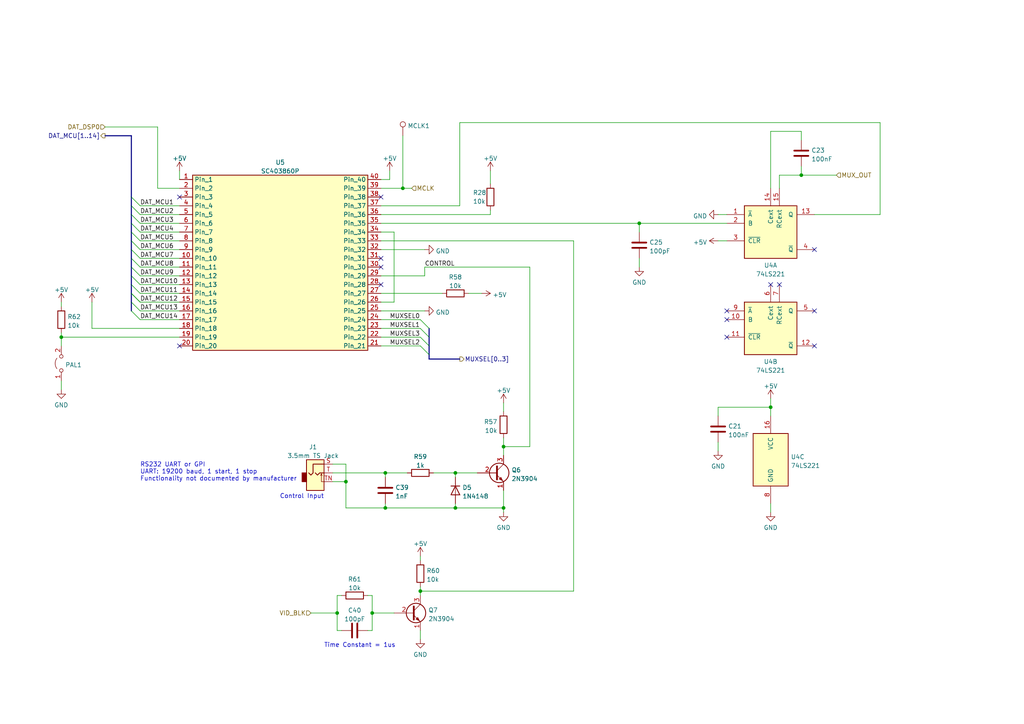
<source format=kicad_sch>
(kicad_sch (version 20211123) (generator eeschema)
  (paper "A4")
  (title_block (title "Setting Controller (MCU)") (date "2023-07-19") (rev "4"))
  (lib_symbols
    (symbol "74xx:74LS221" (pin_names (offset 1.016)) (on_board no)
      (property "Reference" "U" (at -7.62 8.89 0))
      (property "Value" "74LS221" (at -7.62 -8.89 0))
      (symbol "74LS221_1_0"
        (pin input line (at -12.7 5.08 0) (length 5.08) (name "~{A}") (number "1"))
        (pin output line (at 12.7 5.08 180) (length 5.08) (name "Q") (number "13"))
        (pin input line (at 0 12.7 270) (length 5.08) (name "Cext") (number "14"))
        (pin input line (at 2.54 12.7 270) (length 5.08) (name "RCext") (number "15"))
        (pin input line (at -12.7 2.54 0) (length 5.08) (name "B") (number "2"))
        (pin input line (at -12.7 -2.54 0) (length 5.08) (name "~{CLR}") (number "3"))
        (pin output line (at 12.7 -5.08 180) (length 5.08) (name "~{Q}") (number "4"))
      )
      (symbol "74LS221_1_1"
        (rectangle (start -7.62 7.62) (end 7.62 -7.62) (stroke (width 0.254)) (fill (type background)))
      )
      (symbol "74LS221_2_0"
        (pin input line (at -12.7 2.54 0) (length 5.08) (name "B") (number "10"))
        (pin input line (at -12.7 -2.54 0) (length 5.08) (name "~{CLR}") (number "11"))
        (pin output line (at 12.7 -5.08 180) (length 5.08) (name "~{Q}") (number "12"))
        (pin output line (at 12.7 5.08 180) (length 5.08) (name "Q") (number "5"))
        (pin input line (at 0 12.7 270) (length 5.08) (name "Cext") (number "6"))
        (pin input line (at 2.54 12.7 270) (length 5.08) (name "RCext") (number "7"))
        (pin input line (at -12.7 5.08 0) (length 5.08) (name "~{A}") (number "9"))
      )
      (symbol "74LS221_2_1"
        (rectangle (start -7.62 7.62) (end 7.62 -7.62) (stroke (width 0.254)) (fill (type background)))
      )
      (symbol "74LS221_3_0"
        (pin power_in line (at 0 12.7 270) (length 5.08) (name "VCC") (number "16"))
        (pin power_in line (at 0 -12.7 90) (length 5.08) (name "GND") (number "8"))
      )
      (symbol "74LS221_3_1"
        (rectangle (start -5.08 7.62) (end 5.08 -7.62) (stroke (width 0.254)) (fill (type background)))
      )
    )
    (symbol "Connector:AudioJack2_SwitchT" (on_board no)
      (property "Reference" "J" (at 0 8.89 0))
      (property "Value" "AudioJack2_SwitchT" (at 0 6.35 0))
      (symbol "AudioJack2_SwitchT_0_1"
        (rectangle (start -2.54 0) (end -3.81 -2.54) (stroke (width 0.254)) (fill (type outline)))
        (polyline (pts (xy 1.778 -0.254) (xy 2.032 -0.762)))
        (polyline (pts (xy 0 0) (xy 0.635 -0.635) (xy 1.27 0) (xy 2.54 0)) (stroke (width 0.254)))
        (polyline (pts (xy 2.54 -2.54) (xy 1.778 -2.54) (xy 1.778 -0.254) (xy 1.524 -0.762)))
        (polyline (pts (xy 2.54 2.54) (xy -0.635 2.54) (xy -0.635 0) (xy -1.27 -0.635) (xy -1.905 0)) (stroke (width 0.254)))
        (rectangle (start 2.54 3.81) (end -2.54 -5.08) (stroke (width 0.254)) (fill (type background)))
      )
      (symbol "AudioJack2_SwitchT_1_1"
        (pin passive line (at 5.08 2.54 180) (length 2.54) (name "~") (number "S"))
        (pin passive line (at 5.08 0 180) (length 2.54) (name "~") (number "T"))
        (pin passive line (at 5.08 -2.54 180) (length 2.54) (name "~") (number "TN"))
      )
    )
    (symbol "Connector:TestPoint" (pin_numbers hide) (pin_names (offset 0.762) hide) (on_board no)
      (property "Reference" "TP" (at 0 6.858 0))
      (property "Value" "TestPoint" (at 0 5.08 0))
      (symbol "TestPoint_0_1"
        (circle (center 0 3.302) (radius 0.762))
      )
      (symbol "TestPoint_1_1"
        (pin passive line (at 0 0 90) (length 2.54) (name "1") (number "1"))
      )
    )
    (symbol "Device:C" (pin_numbers hide) (pin_names (offset 0.254)) (on_board no)
      (property "Reference" "C" (at 0.635 2.54 0))
      (property "Value" "C" (at 0.635 -2.54 0))
      (symbol "C_0_1"
        (polyline (pts (xy -2.032 -0.762) (xy 2.032 -0.762)) (stroke (width 0.508)))
        (polyline (pts (xy -2.032 0.762) (xy 2.032 0.762)) (stroke (width 0.508)))
      )
      (symbol "C_1_1"
        (pin passive line (at 0 3.81 270) (length 2.794) (name "~") (number "1"))
        (pin passive line (at 0 -3.81 90) (length 2.794) (name "~") (number "2"))
      )
    )
    (symbol "Device:D" (pin_numbers hide) (pin_names (offset 1.016) hide) (on_board no)
      (property "Reference" "D" (at 0 2.54 0))
      (property "Value" "D" (at 0 -2.54 0))
      (symbol "D_0_1"
        (polyline (pts (xy -1.27 1.27) (xy -1.27 -1.27)) (stroke (width 0.254)))
        (polyline (pts (xy 1.27 0) (xy -1.27 0)))
        (polyline (pts (xy 1.27 1.27) (xy 1.27 -1.27) (xy -1.27 0) (xy 1.27 1.27)) (stroke (width 0.254)))
      )
      (symbol "D_1_1"
        (pin passive line (at -3.81 0 0) (length 2.54) (name "K") (number "1"))
        (pin passive line (at 3.81 0 180) (length 2.54) (name "A") (number "2"))
      )
    )
    (symbol "Device:R" (pin_numbers hide) (pin_names (offset 0)) (on_board no)
      (property "Reference" "R" (at 2.032 0 90))
      (property "Value" "R" (at 0 0 90))
      (symbol "R_0_1"
        (rectangle (start -1.016 -2.54) (end 1.016 2.54) (stroke (width 0.254)))
      )
      (symbol "R_1_1"
        (pin passive line (at 0 3.81 270) (length 1.27) (name "~") (number "1"))
        (pin passive line (at 0 -3.81 90) (length 1.27) (name "~") (number "2"))
      )
    )
    (symbol "Jumper:Jumper_2_Open" (pin_names (offset 0) hide) (on_board no)
      (property "Reference" "JP" (at 0 2.794 0))
      (property "Value" "Jumper_2_Open" (at 0 -2.286 0))
      (symbol "Jumper_2_Open_0_0"
        (circle (center -2.032 0) (radius 0.508))
        (circle (center 2.032 0) (radius 0.508))
      )
      (symbol "Jumper_2_Open_0_1"
        (arc (start 1.524 1.27) (mid 0 1.778) (end -1.524 1.27))
      )
      (symbol "Jumper_2_Open_1_1"
        (pin passive line (at -5.08 0 0) (length 2.54) (name "A") (number "1"))
        (pin passive line (at 5.08 0 180) (length 2.54) (name "B") (number "2"))
      )
    )
    (symbol "Transistor_BJT:2N3904" (pin_names (offset 0) hide) (on_board no)
      (property "Reference" "Q" (at 5.08 1.905 0))
      (property "Value" "2N3904" (at 5.08 0 0))
      (symbol "2N3904_0_1"
        (polyline (pts (xy 0.635 0.635) (xy 2.54 2.54)))
        (polyline (pts (xy 0.635 -0.635) (xy 2.54 -2.54) (xy 2.54 -2.54)))
        (polyline (pts (xy 0.635 1.905) (xy 0.635 -1.905) (xy 0.635 -1.905)) (stroke (width 0.508)))
        (polyline (pts (xy 1.27 -1.778) (xy 1.778 -1.27) (xy 2.286 -2.286) (xy 1.27 -1.778) (xy 1.27 -1.778)) (fill (type outline)))
        (circle (center 1.27 0) (radius 2.8194) (stroke (width 0.254)))
      )
      (symbol "2N3904_1_1"
        (pin passive line (at 2.54 -5.08 90) (length 2.54) (name "E") (number "1"))
        (pin passive line (at -5.08 0 0) (length 5.715) (name "B") (number "2"))
        (pin passive line (at 2.54 5.08 270) (length 2.54) (name "C") (number "3"))
      )
    )
    (symbol "Videonics Proceessor Plus:SC403860P" (on_board no)
      (property "Reference" "U" (at -25.4 25.4 0))
      (property "Value" "SC403860P" (at -25.4 -27.94 0))
      (symbol "SC403860P_1_1"
        (rectangle (start -25.4 25.4) (end 25.4 -25.4) (stroke (width 0.254)) (fill (type background)))
        (pin passive line (at -29.21 24.13 0) (length 3.81) (name "Pin_1") (number "1"))
        (pin passive line (at -29.21 1.27 0) (length 3.81) (name "Pin_10") (number "10"))
        (pin passive line (at -29.21 -1.27 0) (length 3.81) (name "Pin_11") (number "11"))
        (pin passive line (at -29.21 -3.81 0) (length 3.81) (name "Pin_12") (number "12"))
        (pin passive line (at -29.21 -6.35 0) (length 3.81) (name "Pin_13") (number "13"))
        (pin passive line (at -29.21 -8.89 0) (length 3.81) (name "Pin_14") (number "14"))
        (pin passive line (at -29.21 -11.43 0) (length 3.81) (name "Pin_15") (number "15"))
        (pin passive line (at -29.21 -13.97 0) (length 3.81) (name "Pin_16") (number "16"))
        (pin passive line (at -29.21 -16.51 0) (length 3.81) (name "Pin_17") (number "17"))
        (pin passive line (at -29.21 -19.05 0) (length 3.81) (name "Pin_18") (number "18"))
        (pin passive line (at -29.21 -21.59 0) (length 3.81) (name "Pin_19") (number "19"))
        (pin passive line (at -29.21 21.59 0) (length 3.81) (name "Pin_2") (number "2"))
        (pin passive line (at -29.21 -24.13 0) (length 3.81) (name "Pin_20") (number "20"))
        (pin passive line (at 29.21 -24.13 180) (length 3.81) (name "Pin_21") (number "21"))
        (pin passive line (at 29.21 -21.59 180) (length 3.81) (name "Pin_22") (number "22"))
        (pin passive line (at 29.21 -19.05 180) (length 3.81) (name "Pin_23") (number "23"))
        (pin passive line (at 29.21 -16.51 180) (length 3.81) (name "Pin_24") (number "24"))
        (pin passive line (at 29.21 -13.97 180) (length 3.81) (name "Pin_25") (number "25"))
        (pin passive line (at 29.21 -11.43 180) (length 3.81) (name "Pin_26") (number "26"))
        (pin passive line (at 29.21 -8.89 180) (length 3.81) (name "Pin_27") (number "27"))
        (pin passive line (at 29.21 -6.35 180) (length 3.81) (name "Pin_28") (number "28"))
        (pin passive line (at 29.21 -3.81 180) (length 3.81) (name "Pin_29") (number "29"))
        (pin passive line (at -29.21 19.05 0) (length 3.81) (name "Pin_3") (number "3"))
        (pin passive line (at 29.21 -1.27 180) (length 3.81) (name "Pin_30") (number "30"))
        (pin passive line (at 29.21 1.27 180) (length 3.81) (name "Pin_31") (number "31"))
        (pin passive line (at 29.21 3.81 180) (length 3.81) (name "Pin_32") (number "32"))
        (pin passive line (at 29.21 6.35 180) (length 3.81) (name "Pin_33") (number "33"))
        (pin passive line (at 29.21 8.89 180) (length 3.81) (name "Pin_34") (number "34"))
        (pin passive line (at 29.21 11.43 180) (length 3.81) (name "Pin_35") (number "35"))
        (pin passive line (at 29.21 13.97 180) (length 3.81) (name "Pin_36") (number "36"))
        (pin passive line (at 29.21 16.51 180) (length 3.81) (name "Pin_37") (number "37"))
        (pin passive line (at 29.21 19.05 180) (length 3.81) (name "Pin_38") (number "38"))
        (pin passive line (at 29.21 21.59 180) (length 3.81) (name "Pin_39") (number "39"))
        (pin passive line (at -29.21 16.51 0) (length 3.81) (name "Pin_4") (number "4"))
        (pin passive line (at 29.21 24.13 180) (length 3.81) (name "Pin_40") (number "40"))
        (pin passive line (at -29.21 13.97 0) (length 3.81) (name "Pin_5") (number "5"))
        (pin passive line (at -29.21 11.43 0) (length 3.81) (name "Pin_6") (number "6"))
        (pin passive line (at -29.21 8.89 0) (length 3.81) (name "Pin_7") (number "7"))
        (pin passive line (at -29.21 6.35 0) (length 3.81) (name "Pin_8") (number "8"))
        (pin passive line (at -29.21 3.81 0) (length 3.81) (name "Pin_9") (number "9"))
      )
    )
    (symbol "power:+5V" (power) (pin_names (offset 0)) (on_board no)
      (property "Value" "+5V" (at 0 3.556 0))
      (symbol "+5V_0_1"
        (polyline (pts (xy -0.762 1.27) (xy 0 2.54)))
        (polyline (pts (xy 0 0) (xy 0 2.54)))
        (polyline (pts (xy 0 2.54) (xy 0.762 1.27)))
      )
      (symbol "+5V_1_1"
        (pin power_in line (at 0 0 90) (length 0) hide (name "+5V") (number "1"))
      )
    )
    (symbol "power:GND" (power) (pin_names (offset 0)) (on_board no)
      (property "Value" "GND" (at 0 -3.81 0))
      (symbol "GND_0_1"
        (polyline (pts (xy 0 0) (xy 0 -1.27) (xy 1.27 -1.27) (xy 0 -2.54) (xy -1.27 -1.27) (xy 0 -1.27)))
      )
      (symbol "GND_1_1"
        (pin power_in line (at 0 0 270) (length 0) hide (name "GND") (number "1"))
      )
    )
  )
  (junction (at 146.05 147.32))
  (junction (at 100.33 139.7))
  (junction (at 97.79 177.8))
  (junction (at 111.76 137.16))
  (junction (at 107.95 177.8))
  (junction (at 185.42 64.77))
  (junction (at 17.78 97.79))
  (junction (at 116.84 54.61))
  (junction (at 132.08 137.16))
  (junction (at 146.05 129.54))
  (junction (at 111.76 147.32))
  (junction (at 223.52 118.11))
  (junction (at 232.41 50.8))
  (junction (at 132.08 147.32))
  (junction (at 121.92 171.45))
  (no_connect (at 223.52 82.55))
  (no_connect (at 110.49 77.47))
  (no_connect (at 110.49 82.55))
  (no_connect (at 210.82 90.17))
  (no_connect (at 110.49 57.15))
  (no_connect (at 236.22 100.33))
  (no_connect (at 226.06 82.55))
  (no_connect (at 236.22 72.39))
  (no_connect (at 110.49 74.93))
  (no_connect (at 210.82 97.79))
  (no_connect (at 52.07 100.33))
  (no_connect (at 210.82 92.71))
  (no_connect (at 236.22 90.17))
  (no_connect (at 52.07 57.15))
  (bus_entry (at 38.1 62.23) (size 2.54 2.54))
  (bus_entry (at 38.1 74.93) (size 2.54 2.54))
  (bus_entry (at 38.1 90.17) (size 2.54 2.54))
  (bus_entry (at 38.1 67.31) (size 2.54 2.54))
  (bus_entry (at 38.1 57.15) (size 2.54 2.54))
  (bus_entry (at 124.46 100.33) (size -2.54 -2.54))
  (bus_entry (at 38.1 80.01) (size 2.54 2.54))
  (bus_entry (at 124.46 97.79) (size -2.54 -2.54))
  (bus_entry (at 38.1 82.55) (size 2.54 2.54))
  (bus_entry (at 38.1 64.77) (size 2.54 2.54))
  (bus_entry (at 38.1 69.85) (size 2.54 2.54))
  (bus_entry (at 38.1 85.09) (size 2.54 2.54))
  (bus_entry (at 38.1 77.47) (size 2.54 2.54))
  (bus_entry (at 38.1 72.39) (size 2.54 2.54))
  (bus_entry (at 38.1 59.69) (size 2.54 2.54))
  (bus_entry (at 124.46 95.25) (size -2.54 -2.54))
  (bus_entry (at 124.46 102.87) (size -2.54 -2.54))
  (bus_entry (at 38.1 87.63) (size 2.54 2.54))
  (bus_entry (at 38.1 85.09) (size 2.54 2.54))
  (wire (pts (xy 40.64 87.63) (xy 52.07 87.63)))
  (wire (pts (xy 40.64 85.09) (xy 52.07 85.09)))
  (wire (pts (xy 100.33 147.32) (xy 111.76 147.32)))
  (wire (pts (xy 110.49 59.69) (xy 133.35 59.69)))
  (bus (pts (xy 38.1 39.37) (xy 38.1 57.15)))
  (bus (pts (xy 38.1 74.93) (xy 38.1 72.39)))
  (wire (pts (xy 111.76 137.16) (xy 118.11 137.16)))
  (wire (pts (xy 133.35 35.56) (xy 255.27 35.56)))
  (wire (pts (xy 110.49 92.71) (xy 121.92 92.71)))
  (wire (pts (xy 17.78 97.79) (xy 52.07 97.79)))
  (bus (pts (xy 38.1 80.01) (xy 38.1 77.47)))
  (wire (pts (xy 110.49 62.23) (xy 142.24 62.23)))
  (wire (pts (xy 255.27 62.23) (xy 236.22 62.23)))
  (wire (pts (xy 97.79 177.8) (xy 97.79 182.88)))
  (wire (pts (xy 96.52 134.62) (xy 100.33 134.62)))
  (wire (pts (xy 208.28 128.27) (xy 208.28 130.81)))
  (wire (pts (xy 132.08 137.16) (xy 132.08 138.43)))
  (wire (pts (xy 110.49 54.61) (xy 116.84 54.61)))
  (wire (pts (xy 45.72 36.83) (xy 45.72 54.61)))
  (wire (pts (xy 208.28 69.85) (xy 210.82 69.85)))
  (wire (pts (xy 116.84 39.37) (xy 116.84 54.61)))
  (wire (pts (xy 226.06 50.8) (xy 226.06 54.61)))
  (wire (pts (xy 114.3 67.31) (xy 110.49 67.31)))
  (wire (pts (xy 132.08 147.32) (xy 146.05 147.32)))
  (wire (pts (xy 185.42 64.77) (xy 185.42 67.31)))
  (wire (pts (xy 208.28 118.11) (xy 223.52 118.11)))
  (wire (pts (xy 146.05 127) (xy 146.05 129.54)))
  (wire (pts (xy 110.49 85.09) (xy 128.27 85.09)))
  (bus (pts (xy 38.1 59.69) (xy 38.1 57.15)))
  (wire (pts (xy 242.57 50.8) (xy 232.41 50.8)))
  (wire (pts (xy 208.28 62.23) (xy 210.82 62.23)))
  (wire (pts (xy 135.89 85.09) (xy 139.7 85.09)))
  (wire (pts (xy 40.64 74.93) (xy 52.07 74.93)))
  (wire (pts (xy 142.24 49.53) (xy 142.24 53.34)))
  (wire (pts (xy 123.19 77.47) (xy 123.19 80.01)))
  (bus (pts (xy 38.1 69.85) (xy 38.1 67.31)))
  (wire (pts (xy 185.42 74.93) (xy 185.42 77.47)))
  (wire (pts (xy 107.95 177.8) (xy 107.95 172.72)))
  (wire (pts (xy 26.67 95.25) (xy 52.07 95.25)))
  (wire (pts (xy 138.43 137.16) (xy 132.08 137.16)))
  (wire (pts (xy 96.52 137.16) (xy 111.76 137.16)))
  (wire (pts (xy 100.33 134.62) (xy 100.33 139.7)))
  (wire (pts (xy 17.78 97.79) (xy 17.78 96.52)))
  (wire (pts (xy 132.08 146.05) (xy 132.08 147.32)))
  (wire (pts (xy 121.92 171.45) (xy 121.92 172.72)))
  (bus (pts (xy 124.46 97.79) (xy 124.46 100.33)))
  (wire (pts (xy 223.52 54.61) (xy 223.52 38.1)))
  (wire (pts (xy 125.73 137.16) (xy 132.08 137.16)))
  (wire (pts (xy 166.37 69.85) (xy 166.37 171.45)))
  (wire (pts (xy 110.49 72.39) (xy 123.19 72.39)))
  (bus (pts (xy 124.46 100.33) (xy 124.46 102.87)))
  (wire (pts (xy 111.76 146.05) (xy 111.76 147.32)))
  (wire (pts (xy 110.49 97.79) (xy 121.92 97.79)))
  (bus (pts (xy 124.46 95.25) (xy 124.46 97.79)))
  (wire (pts (xy 121.92 182.88) (xy 121.92 185.42)))
  (bus (pts (xy 38.1 72.39) (xy 38.1 69.85)))
  (bus (pts (xy 38.1 82.55) (xy 38.1 80.01)))
  (wire (pts (xy 90.17 177.8) (xy 97.79 177.8)))
  (bus (pts (xy 38.1 90.17) (xy 38.1 87.63)))
  (wire (pts (xy 111.76 147.32) (xy 132.08 147.32)))
  (bus (pts (xy 30.48 39.37) (xy 38.1 39.37)))
  (wire (pts (xy 107.95 177.8) (xy 114.3 177.8)))
  (wire (pts (xy 185.42 64.77) (xy 210.82 64.77)))
  (wire (pts (xy 110.49 69.85) (xy 166.37 69.85)))
  (wire (pts (xy 153.67 77.47) (xy 153.67 129.54)))
  (wire (pts (xy 121.92 161.29) (xy 121.92 162.56)))
  (wire (pts (xy 146.05 116.84) (xy 146.05 119.38)))
  (wire (pts (xy 110.49 80.01) (xy 123.19 80.01)))
  (wire (pts (xy 116.84 54.61) (xy 119.38 54.61)))
  (wire (pts (xy 142.24 62.23) (xy 142.24 60.96)))
  (wire (pts (xy 40.64 72.39) (xy 52.07 72.39)))
  (wire (pts (xy 110.49 100.33) (xy 121.92 100.33)))
  (wire (pts (xy 52.07 49.53) (xy 52.07 52.07)))
  (wire (pts (xy 40.64 59.69) (xy 52.07 59.69)))
  (wire (pts (xy 45.72 54.61) (xy 52.07 54.61)))
  (wire (pts (xy 107.95 182.88) (xy 107.95 177.8)))
  (wire (pts (xy 232.41 38.1) (xy 232.41 40.64)))
  (wire (pts (xy 110.49 64.77) (xy 185.42 64.77)))
  (bus (pts (xy 124.46 102.87) (xy 124.46 104.14)))
  (wire (pts (xy 99.06 172.72) (xy 97.79 172.72)))
  (wire (pts (xy 123.19 77.47) (xy 153.67 77.47)))
  (wire (pts (xy 146.05 142.24) (xy 146.05 147.32)))
  (wire (pts (xy 146.05 147.32) (xy 146.05 148.59)))
  (wire (pts (xy 110.49 90.17) (xy 123.19 90.17)))
  (wire (pts (xy 40.64 82.55) (xy 52.07 82.55)))
  (wire (pts (xy 40.64 77.47) (xy 52.07 77.47)))
  (wire (pts (xy 223.52 118.11) (xy 223.52 120.65)))
  (wire (pts (xy 121.92 170.18) (xy 121.92 171.45)))
  (bus (pts (xy 124.46 104.14) (xy 133.35 104.14)))
  (wire (pts (xy 110.49 95.25) (xy 121.92 95.25)))
  (wire (pts (xy 97.79 172.72) (xy 97.79 177.8)))
  (wire (pts (xy 111.76 138.43) (xy 111.76 137.16)))
  (wire (pts (xy 40.64 67.31) (xy 52.07 67.31)))
  (wire (pts (xy 100.33 139.7) (xy 100.33 147.32)))
  (wire (pts (xy 232.41 48.26) (xy 232.41 50.8)))
  (wire (pts (xy 17.78 87.63) (xy 17.78 88.9)))
  (wire (pts (xy 26.67 87.63) (xy 26.67 95.25)))
  (wire (pts (xy 223.52 146.05) (xy 223.52 148.59)))
  (wire (pts (xy 40.64 69.85) (xy 52.07 69.85)))
  (wire (pts (xy 208.28 120.65) (xy 208.28 118.11)))
  (wire (pts (xy 223.52 38.1) (xy 232.41 38.1)))
  (bus (pts (xy 38.1 87.63) (xy 38.1 85.09)))
  (wire (pts (xy 166.37 171.45) (xy 121.92 171.45)))
  (wire (pts (xy 106.68 182.88) (xy 107.95 182.88)))
  (wire (pts (xy 255.27 35.56) (xy 255.27 62.23)))
  (wire (pts (xy 40.64 62.23) (xy 52.07 62.23)))
  (wire (pts (xy 40.64 90.17) (xy 52.07 90.17)))
  (wire (pts (xy 17.78 110.49) (xy 17.78 113.03)))
  (wire (pts (xy 114.3 87.63) (xy 114.3 67.31)))
  (bus (pts (xy 38.1 64.77) (xy 38.1 62.23)))
  (bus (pts (xy 38.1 62.23) (xy 38.1 59.69)))
  (wire (pts (xy 40.64 92.71) (xy 52.07 92.71)))
  (bus (pts (xy 38.1 85.09) (xy 38.1 82.55)))
  (wire (pts (xy 133.35 59.69) (xy 133.35 35.56)))
  (wire (pts (xy 100.33 139.7) (xy 96.52 139.7)))
  (wire (pts (xy 146.05 129.54) (xy 153.67 129.54)))
  (wire (pts (xy 17.78 97.79) (xy 17.78 100.33)))
  (wire (pts (xy 40.64 64.77) (xy 52.07 64.77)))
  (bus (pts (xy 38.1 67.31) (xy 38.1 64.77)))
  (wire (pts (xy 107.95 172.72) (xy 106.68 172.72)))
  (wire (pts (xy 97.79 182.88) (xy 99.06 182.88)))
  (wire (pts (xy 30.48 36.83) (xy 45.72 36.83)))
  (wire (pts (xy 40.64 80.01) (xy 52.07 80.01)))
  (wire (pts (xy 110.49 52.07) (xy 113.03 52.07)))
  (wire (pts (xy 113.03 52.07) (xy 113.03 49.53)))
  (wire (pts (xy 146.05 129.54) (xy 146.05 132.08)))
  (wire (pts (xy 232.41 50.8) (xy 226.06 50.8)))
  (bus (pts (xy 38.1 77.47) (xy 38.1 74.93)))
  (wire (pts (xy 110.49 87.63) (xy 114.3 87.63)))
  (wire (pts (xy 223.52 115.57) (xy 223.52 118.11)))
  (text "Control Input" (at 93.98 144.78 180) (effects (font (size 1.27 1.27)) (justify right bottom)))
  (text "RS232 UART or GPI\nUART: 19200 baud, 1 start, 1 stop\nFunctionality not documented by manufacturer" (at 40.64 139.7 0) (effects (font (size 1.27 1.27)) (justify left bottom)))
  (text "Time Constant = 1us" (at 93.98 187.96 0) (effects (font (size 1.27 1.27)) (justify left bottom)))
  (label "MUXSEL3" (at 113.03 97.79 0))
  (label "DAT_MCU11" (at 40.64 85.09 0))
  (label "DAT_MCU2" (at 40.64 62.23 0))
  (label "DAT_MCU4" (at 40.64 67.31 0))
  (label "DAT_MCU9" (at 40.64 80.01 0))
  (label "MUXSEL1" (at 113.03 95.25 0))
  (label "DAT_MCU14" (at 40.64 92.71 0))
  (label "MUXSEL0" (at 113.03 92.71 0))
  (label "DAT_MCU13" (at 40.64 90.17 0))
  (label "DAT_MCU10" (at 40.64 82.55 0))
  (label "DAT_MCU6" (at 40.64 72.39 0))
  (label "DAT_MCU12" (at 40.64 87.63 0))
  (label "CONTROL" (at 123.19 77.47 0))
  (label "DAT_MCU1" (at 40.64 59.69 0))
  (label "DAT_MCU7" (at 40.64 74.93 0))
  (label "MUXSEL2" (at 113.03 100.33 0))
  (label "DAT_MCU3" (at 40.64 64.77 0))
  (label "DAT_MCU8" (at 40.64 77.47 0))
  (label "DAT_MCU5" (at 40.64 69.85 0))
  (hierarchical_label "DAT_DSP0" (shape input) (at 30.48 36.83 180))
  (hierarchical_label "MUXSEL[0..3]" (shape output) (at 133.35 104.14 0))
  (hierarchical_label "VID_BLK" (shape input) (at 90.17 177.8 180))
  (hierarchical_label "MUX_OUT" (shape input) (at 242.57 50.8 0))
  (hierarchical_label "DAT_MCU[1..14]" (shape output) (at 30.48 39.37 180))
  (hierarchical_label "MCLK" (shape input) (at 119.38 54.61 0))
  (symbol (lib_id "Transistor_BJT:2N3904") (at 143.51 137.16 0) (unit 1) (on_board no)
    (property "Reference" "Q6" (at 148.3614 136.3253 0) (effects (justify left)))
    (property "Value" "2N3904" (at 148.3614 138.8622 0) (effects (justify left)))
    (property "Footprint" "Package_TO_SOT_THT:TO-92_Inline" (effects hide))
    (property "Datasheet" "https://www.onsemi.com/pub/Collateral/2N3903-D.PDF" (effects hide))
  )
  (symbol (lib_id "power:GND") (at 123.19 72.39 90) (unit 1) (on_board no)
    (property "Reference" "#PWR0107" (effects hide))
    (property "Value" "GND" (at 126.365 72.8238 90) (effects (justify right)))
  )
  (symbol (lib_id "power:+5V") (at 113.03 49.53 0) (unit 1) (on_board no)
    (property "Reference" "#PWR0106" (effects hide))
    (property "Value" "+5V" (at 113.03 45.9542 0))
  )
  (symbol (lib_id "power:+5V") (at 139.7 85.09 270) (unit 1) (on_board no)
    (property "Reference" "#PWR0141" (effects hide))
    (property "Value" "+5V" (at 142.875 85.5238 90) (effects (justify left)))
  )
  (symbol (lib_id "power:GND") (at 146.05 148.59 0) (unit 1) (on_board no)
    (property "Reference" "#PWR0140" (effects hide))
    (property "Value" "GND" (at 146.05 153.0334 0))
  )
  (symbol (lib_id "Transistor_BJT:2N3904") (at 119.38 177.8 0) (unit 1) (on_board no)
    (property "Reference" "Q7" (at 124.2314 176.9653 0) (effects (justify left)))
    (property "Value" "2N3904" (at 124.2314 179.5022 0) (effects (justify left)))
    (property "Footprint" "Package_TO_SOT_THT:TO-92_Inline" (effects hide))
    (property "Datasheet" "https://www.onsemi.com/pub/Collateral/2N3903-D.PDF" (effects hide))
  )
  (symbol (lib_id "power:GND") (at 17.78 113.03 0) (unit 1) (on_board no)
    (property "Reference" "#PWR0102" (effects hide))
    (property "Value" "GND" (at 17.78 117.4734 0))
  )
  (symbol (lib_id "Device:C") (at 185.42 71.12 0) (unit 1) (on_board no)
    (property "Reference" "C25" (at 188.341 70.2853 0) (effects (justify left)))
    (property "Value" "100pF" (at 188.341 72.8222 0) (effects (justify left)))
  )
  (symbol (lib_id "power:+5V") (at 142.24 49.53 0) (unit 1) (on_board no)
    (property "Reference" "#PWR0108" (effects hide))
    (property "Value" "+5V" (at 142.24 45.9542 0))
  )
  (symbol (lib_id "power:GND") (at 223.52 148.59 0) (unit 1) (on_board no)
    (property "Reference" "#PWR0144" (effects hide))
    (property "Value" "GND" (at 223.52 153.0334 0))
  )
  (symbol (lib_id "Device:R") (at 17.78 92.71 0) (unit 1) (on_board no)
    (property "Reference" "R62" (at 19.558 91.8753 0) (effects (justify left)))
    (property "Value" "10k" (at 19.558 94.4122 0) (effects (justify left)))
  )
  (symbol (lib_id "Device:C") (at 102.87 182.88 270) (unit 1) (on_board no)
    (property "Reference" "C40" (at 102.87 177.0212 90))
    (property "Value" "100pF" (at 102.87 179.5581 90))
  )
  (symbol (lib_id "power:+5V") (at 146.05 116.84 0) (mirror y) (unit 1) (on_board no)
    (property "Reference" "#PWR0139" (effects hide))
    (property "Value" "+5V" (at 146.05 113.2642 0))
  )
  (symbol (lib_id "Device:C") (at 232.41 44.45 0) (unit 1) (on_board no)
    (property "Reference" "C23" (at 235.331 43.6153 0) (effects (justify left)))
    (property "Value" "100nF" (at 235.331 46.1522 0) (effects (justify left)))
  )
  (symbol (lib_id "Device:R") (at 142.24 57.15 0) (unit 1) (on_board no)
    (property "Reference" "R28" (at 137.16 55.88 0) (effects (justify left)))
    (property "Value" "10k" (at 137.16 58.42 0) (effects (justify left)))
  )
  (symbol (lib_id "Jumper:Jumper_2_Open") (at 17.78 105.41 90) (unit 1) (on_board no)
    (property "Reference" "PAL1" (at 18.923 105.8438 90) (effects (justify right)))
    (property "Value" "PAL1" (effects hide))
  )
  (symbol (lib_id "Videonics Proceessor Plus:SC403860P") (at 81.28 76.2 0) (unit 1) (on_board no)
    (property "Reference" "U5" (at 81.28 47.1002 0))
    (property "Value" "SC403860P" (at 81.28 49.6371 0))
  )
  (symbol (lib_id "Device:C") (at 208.28 124.46 0) (unit 1) (on_board no)
    (property "Reference" "C21" (at 211.201 123.6253 0) (effects (justify left)))
    (property "Value" "100nF" (at 211.201 126.1622 0) (effects (justify left)))
  )
  (symbol (lib_id "Connector:AudioJack2_SwitchT") (at 91.44 137.16 0) (unit 1) (on_board no)
    (property "Reference" "J1" (at 90.805 129.6502 0))
    (property "Value" "3.5mm TS Jack" (at 90.805 132.1871 0))
  )
  (symbol (lib_id "Device:R") (at 102.87 172.72 90) (unit 1) (on_board no)
    (property "Reference" "R61" (at 102.87 168.0042 90))
    (property "Value" "10k" (at 102.87 170.5411 90))
  )
  (symbol (lib_id "Device:C") (at 111.76 142.24 0) (unit 1) (on_board no)
    (property "Reference" "C39" (at 114.681 141.4053 0) (effects (justify left)))
    (property "Value" "1nF" (at 114.681 143.9422 0) (effects (justify left)))
  )
  (symbol (lib_id "power:GND") (at 123.19 90.17 90) (unit 1) (on_board no)
    (property "Reference" "#PWR0105" (effects hide))
    (property "Value" "GND" (at 126.365 90.6038 90) (effects (justify right)))
  )
  (symbol (lib_id "power:+5V") (at 121.92 161.29 0) (unit 1) (on_board no)
    (property "Reference" "#PWR0136" (effects hide))
    (property "Value" "+5V" (at 121.92 157.7142 0))
  )
  (symbol (lib_id "Device:R") (at 132.08 85.09 90) (unit 1) (on_board no)
    (property "Reference" "R58" (at 132.08 80.3742 90))
    (property "Value" "10k" (at 132.08 82.9111 90))
  )
  (symbol (lib_id "Connector:TestPoint") (at 116.84 39.37 0) (unit 1) (on_board no)
    (property "Reference" "MCLK1" (at 118.237 36.5018 0) (effects (justify left)))
    (property "Value" "MCLK1" (effects hide))
  )
  (symbol (lib_id "Device:R") (at 146.05 123.19 0) (mirror y) (unit 1) (on_board no)
    (property "Reference" "R57" (at 144.272 122.3553 0) (effects (justify left)))
    (property "Value" "10k" (at 144.272 124.8922 0) (effects (justify left)))
  )
  (symbol (lib_id "power:GND") (at 208.28 130.81 0) (unit 1) (on_board no)
    (property "Reference" "#PWR0145" (effects hide))
    (property "Value" "GND" (at 208.28 135.2534 0))
  )
  (symbol (lib_id "74xx:74LS221") (at 223.52 95.25 0) (unit 2) (on_board no)
    (property "Reference" "U4" (at 223.52 104.9004 0))
    (property "Value" "74LS221" (at 223.52 107.4373 0))
    (property "Datasheet" "http://www.ti.com/lit/gpn/sn74LS221" (effects hide))
  )
  (symbol (lib_id "74xx:74LS221") (at 223.52 67.31 0) (unit 1) (on_board no)
    (property "Reference" "U4" (at 223.52 76.9604 0))
    (property "Value" "74LS221" (at 223.52 79.4973 0))
    (property "Datasheet" "http://www.ti.com/lit/gpn/sn74LS221" (effects hide))
  )
  (symbol (lib_id "Device:R") (at 121.92 166.37 0) (unit 1) (on_board no)
    (property "Reference" "R60" (at 123.698 165.5353 0) (effects (justify left)))
    (property "Value" "10k" (at 123.698 168.0722 0) (effects (justify left)))
  )
  (symbol (lib_id "power:GND") (at 208.28 62.23 270) (unit 1) (on_board no)
    (property "Reference" "#PWR0146" (effects hide))
    (property "Value" "GND" (at 205.1051 62.6638 90) (effects (justify right)))
  )
  (symbol (lib_id "power:+5V") (at 223.52 115.57 0) (unit 1) (on_board no)
    (property "Reference" "#PWR0143" (effects hide))
    (property "Value" "+5V" (at 223.52 111.9942 0))
  )
  (symbol (lib_id "Device:R") (at 121.92 137.16 270) (mirror x) (unit 1) (on_board no)
    (property "Reference" "R59" (at 121.92 132.4442 90))
    (property "Value" "1k" (at 121.92 134.9811 90))
  )
  (symbol (lib_id "power:+5V") (at 208.28 69.85 90) (unit 1) (on_board no)
    (property "Reference" "#PWR0147" (effects hide))
    (property "Value" "+5V" (at 205.1051 70.2838 90) (effects (justify left)))
  )
  (symbol (lib_id "Device:D") (at 132.08 142.24 270) (unit 1) (on_board no)
    (property "Reference" "D5" (at 134.112 141.4053 90) (effects (justify left)))
    (property "Value" "1N4148" (at 134.112 143.9422 90) (effects (justify left)))
  )
  (symbol (lib_id "power:+5V") (at 17.78 87.63 0) (unit 1) (on_board no)
    (property "Reference" "#PWR0103" (effects hide))
    (property "Value" "+5V" (at 17.78 84.0542 0))
  )
  (symbol (lib_id "power:GND") (at 121.92 185.42 0) (unit 1) (on_board no)
    (property "Reference" "#PWR0135" (effects hide))
    (property "Value" "GND" (at 121.92 189.8634 0))
  )
  (symbol (lib_id "power:GND") (at 185.42 77.47 0) (unit 1) (on_board no)
    (property "Reference" "#PWR0142" (effects hide))
    (property "Value" "GND" (at 185.42 81.9134 0))
  )
  (symbol (lib_id "74xx:74LS221") (at 223.52 133.35 0) (unit 3) (on_board no)
    (property "Reference" "U4" (at 229.362 132.5153 0) (effects (justify left)))
    (property "Value" "74LS221" (at 229.362 135.0522 0) (effects (justify left)))
    (property "Datasheet" "http://www.ti.com/lit/gpn/sn74LS221" (effects hide))
  )
  (symbol (lib_id "power:+5V") (at 26.67 87.63 0) (unit 1) (on_board no)
    (property "Reference" "#PWR0104" (effects hide))
    (property "Value" "+5V" (at 26.67 84.0542 0))
  )
  (symbol (lib_id "power:+5V") (at 52.07 49.53 0) (unit 1) (on_board no)
    (property "Reference" "#PWR0101" (effects hide))
    (property "Value" "+5V" (at 52.07 45.9542 0))
  )
)
</source>
